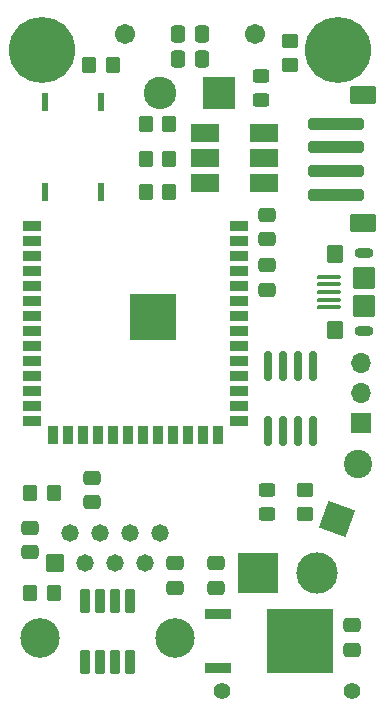
<source format=gbs>
%TF.GenerationSoftware,KiCad,Pcbnew,8.0.3-8.0.3-0~ubuntu22.04.1*%
%TF.CreationDate,2024-06-26T16:43:44-04:00*%
%TF.ProjectId,drive_27A,64726976-655f-4323-9741-2e6b69636164,rev?*%
%TF.SameCoordinates,Original*%
%TF.FileFunction,Soldermask,Bot*%
%TF.FilePolarity,Negative*%
%FSLAX46Y46*%
G04 Gerber Fmt 4.6, Leading zero omitted, Abs format (unit mm)*
G04 Created by KiCad (PCBNEW 8.0.3-8.0.3-0~ubuntu22.04.1) date 2024-06-26 16:43:44*
%MOMM*%
%LPD*%
G01*
G04 APERTURE LIST*
G04 Aperture macros list*
%AMRoundRect*
0 Rectangle with rounded corners*
0 $1 Rounding radius*
0 $2 $3 $4 $5 $6 $7 $8 $9 X,Y pos of 4 corners*
0 Add a 4 corners polygon primitive as box body*
4,1,4,$2,$3,$4,$5,$6,$7,$8,$9,$2,$3,0*
0 Add four circle primitives for the rounded corners*
1,1,$1+$1,$2,$3*
1,1,$1+$1,$4,$5*
1,1,$1+$1,$6,$7*
1,1,$1+$1,$8,$9*
0 Add four rect primitives between the rounded corners*
20,1,$1+$1,$2,$3,$4,$5,0*
20,1,$1+$1,$4,$5,$6,$7,0*
20,1,$1+$1,$6,$7,$8,$9,0*
20,1,$1+$1,$8,$9,$2,$3,0*%
%AMRotRect*
0 Rectangle, with rotation*
0 The origin of the aperture is its center*
0 $1 length*
0 $2 width*
0 $3 Rotation angle, in degrees counterclockwise*
0 Add horizontal line*
21,1,$1,$2,0,0,$3*%
G04 Aperture macros list end*
%ADD10RotRect,2.400000X2.400000X70.000000*%
%ADD11C,2.400000*%
%ADD12C,3.350000*%
%ADD13RoundRect,0.102000X-0.634000X-0.634000X0.634000X-0.634000X0.634000X0.634000X-0.634000X0.634000X0*%
%ADD14C,1.472000*%
%ADD15C,3.600000*%
%ADD16C,5.600000*%
%ADD17C,1.400000*%
%ADD18R,3.500000X3.500000*%
%ADD19C,3.500000*%
%ADD20C,1.712000*%
%ADD21RoundRect,0.102000X-1.275000X-1.275000X1.275000X-1.275000X1.275000X1.275000X-1.275000X1.275000X0*%
%ADD22C,2.754000*%
%ADD23R,2.454600X1.549400*%
%ADD24R,2.454600X1.524700*%
%ADD25RoundRect,0.250000X-0.450000X0.350000X-0.450000X-0.350000X0.450000X-0.350000X0.450000X0.350000X0*%
%ADD26RoundRect,0.250000X0.475000X-0.337500X0.475000X0.337500X-0.475000X0.337500X-0.475000X-0.337500X0*%
%ADD27RoundRect,0.250000X0.350000X0.450000X-0.350000X0.450000X-0.350000X-0.450000X0.350000X-0.450000X0*%
%ADD28RoundRect,0.250000X-0.475000X0.337500X-0.475000X-0.337500X0.475000X-0.337500X0.475000X0.337500X0*%
%ADD29RoundRect,0.250000X0.337500X0.475000X-0.337500X0.475000X-0.337500X-0.475000X0.337500X-0.475000X0*%
%ADD30RoundRect,0.055580X-0.341420X0.921420X-0.341420X-0.921420X0.341420X-0.921420X0.341420X0.921420X0*%
%ADD31RoundRect,0.250000X-0.337500X-0.475000X0.337500X-0.475000X0.337500X0.475000X-0.337500X0.475000X0*%
%ADD32R,1.500000X0.900000*%
%ADD33R,0.900000X1.500000*%
%ADD34R,3.900000X3.900000*%
%ADD35R,1.700000X1.700000*%
%ADD36O,1.700000X1.700000*%
%ADD37RoundRect,0.250000X-0.350000X-0.450000X0.350000X-0.450000X0.350000X0.450000X-0.350000X0.450000X0*%
%ADD38RoundRect,0.250000X0.450000X-0.325000X0.450000X0.325000X-0.450000X0.325000X-0.450000X-0.325000X0*%
%ADD39R,2.184400X0.889000*%
%ADD40R,5.613400X5.511800*%
%ADD41RoundRect,0.250000X0.875000X-0.550000X0.875000X0.550000X-0.875000X0.550000X-0.875000X-0.550000X0*%
%ADD42RoundRect,0.250000X2.125000X-0.250000X2.125000X0.250000X-2.125000X0.250000X-2.125000X-0.250000X0*%
%ADD43RoundRect,0.150000X-0.150000X1.100000X-0.150000X-1.100000X0.150000X-1.100000X0.150000X1.100000X0*%
%ADD44R,0.609600X1.511300*%
%ADD45RoundRect,0.100000X-0.900000X0.100000X-0.900000X-0.100000X0.900000X-0.100000X0.900000X0.100000X0*%
%ADD46O,1.600000X0.900000*%
%ADD47RoundRect,0.250000X-0.450000X0.550000X-0.450000X-0.550000X0.450000X-0.550000X0.450000X0.550000X0*%
%ADD48RoundRect,0.250000X-0.700000X0.700000X-0.700000X-0.700000X0.700000X-0.700000X0.700000X0.700000X0*%
G04 APERTURE END LIST*
D10*
%TO.C,C6*%
X42994949Y-57978832D03*
D11*
X44705050Y-53280369D03*
%TD*%
D12*
%TO.C,J2*%
X17784000Y-68000000D03*
X29216000Y-68000000D03*
D13*
X19055000Y-61650000D03*
D14*
X20325000Y-59110000D03*
X21595000Y-61650000D03*
X22865000Y-59110000D03*
X24135000Y-61650000D03*
X25405000Y-59110000D03*
X26675000Y-61650000D03*
X27945000Y-59110000D03*
%TD*%
D15*
%TO.C,H2*%
X43000000Y-18250000D03*
D16*
X43000000Y-18250000D03*
%TD*%
D17*
%TO.C,J6*%
X44250000Y-72500000D03*
X33250000Y-72500000D03*
D18*
X36250000Y-62500000D03*
D19*
X41250000Y-62500000D03*
%TD*%
D20*
%TO.C,J7*%
X25000000Y-16879600D03*
X36000000Y-16879600D03*
D21*
X33000000Y-21879600D03*
D22*
X28000000Y-21879600D03*
%TD*%
D15*
%TO.C,H1*%
X18000000Y-18250000D03*
D16*
X18000000Y-18250000D03*
%TD*%
D23*
%TO.C,D3*%
X31750600Y-29500000D03*
D24*
X31750600Y-27412352D03*
D23*
X31750600Y-25300001D03*
X36796000Y-25300004D03*
X36796000Y-27400002D03*
X36796000Y-29500003D03*
%TD*%
D25*
%TO.C,R1*%
X39000000Y-17500000D03*
X39000000Y-19500000D03*
%TD*%
D26*
%TO.C,C18*%
X37000000Y-34287500D03*
X37000000Y-32212500D03*
%TD*%
D27*
%TO.C,R5*%
X28750000Y-27500000D03*
X26750000Y-27500000D03*
%TD*%
D28*
%TO.C,C3*%
X32750000Y-61712500D03*
X32750000Y-63787500D03*
%TD*%
D29*
%TO.C,C1*%
X31537500Y-19000000D03*
X29462500Y-19000000D03*
%TD*%
D30*
%TO.C,U2*%
X21595000Y-64915000D03*
X22865000Y-64915000D03*
X24135000Y-64915000D03*
X25405000Y-64915000D03*
X25405000Y-70085000D03*
X24135000Y-70085000D03*
X22865000Y-70085000D03*
X21595000Y-70085000D03*
%TD*%
D28*
%TO.C,C20*%
X17000000Y-58712500D03*
X17000000Y-60787500D03*
%TD*%
D31*
%TO.C,C19*%
X29462500Y-16879600D03*
X31537500Y-16879600D03*
%TD*%
D32*
%TO.C,U6*%
X34650000Y-33130000D03*
X34650000Y-34400000D03*
X34650000Y-35670000D03*
X34650000Y-36940000D03*
X34650000Y-38210000D03*
X34650000Y-39480000D03*
X34650000Y-40750000D03*
X34650000Y-42020000D03*
X34650000Y-43290000D03*
X34650000Y-44560000D03*
X34650000Y-45830000D03*
X34650000Y-47100000D03*
X34650000Y-48370000D03*
X34650000Y-49640000D03*
D33*
X32885000Y-50890000D03*
X31615000Y-50890000D03*
X30345000Y-50890000D03*
X29075000Y-50890000D03*
X27805000Y-50890000D03*
X26535000Y-50890000D03*
X25265000Y-50890000D03*
X23995000Y-50890000D03*
X22725000Y-50890000D03*
X21455000Y-50890000D03*
X20185000Y-50890000D03*
X18915000Y-50890000D03*
D32*
X17150000Y-49640000D03*
X17150000Y-48370000D03*
X17150000Y-47100000D03*
X17150000Y-45830000D03*
X17150000Y-44560000D03*
X17150000Y-43290000D03*
X17150000Y-42020000D03*
X17150000Y-40750000D03*
X17150000Y-39480000D03*
X17150000Y-38210000D03*
X17150000Y-36940000D03*
X17150000Y-35670000D03*
X17150000Y-34400000D03*
X17150000Y-33130000D03*
D34*
X27400000Y-40850000D03*
%TD*%
D35*
%TO.C,JP1*%
X45000000Y-49830000D03*
D36*
X45000000Y-47290000D03*
X45000000Y-44750000D03*
%TD*%
D37*
%TO.C,R3*%
X17000000Y-64250000D03*
X19000000Y-64250000D03*
%TD*%
D38*
%TO.C,D1*%
X36500000Y-22525000D03*
X36500000Y-20475000D03*
%TD*%
D26*
%TO.C,C2*%
X22250000Y-56537500D03*
X22250000Y-54462500D03*
%TD*%
D39*
%TO.C,U3*%
X32906600Y-70572000D03*
D40*
X39828100Y-68286000D03*
D39*
X32906600Y-66000000D03*
%TD*%
D27*
%TO.C,R6*%
X28750000Y-30250000D03*
X26750000Y-30250000D03*
%TD*%
D28*
%TO.C,C5*%
X44250000Y-66962500D03*
X44250000Y-69037500D03*
%TD*%
D27*
%TO.C,R14*%
X28750000Y-24500000D03*
X26750000Y-24500000D03*
%TD*%
D41*
%TO.C,J9*%
X45125000Y-32900000D03*
X45125000Y-22100000D03*
D42*
X42875000Y-30500000D03*
X42875000Y-28500000D03*
X42875000Y-26500000D03*
X42875000Y-24500000D03*
%TD*%
D43*
%TO.C,U1*%
X37095000Y-45000000D03*
X38365000Y-45000000D03*
X39635000Y-45000000D03*
X40905000Y-45000000D03*
X40905000Y-50500000D03*
X39635000Y-50500000D03*
X38365000Y-50500000D03*
X37095000Y-50500000D03*
%TD*%
D44*
%TO.C,SW2*%
X23000000Y-22696350D03*
X23000000Y-30303650D03*
%TD*%
D28*
%TO.C,C4*%
X29250000Y-61712500D03*
X29250000Y-63787500D03*
%TD*%
D27*
%TO.C,R4*%
X19000000Y-55750000D03*
X17000000Y-55750000D03*
%TD*%
D26*
%TO.C,C17*%
X37000000Y-38537500D03*
X37000000Y-36462500D03*
%TD*%
D25*
%TO.C,R2*%
X40250000Y-55500000D03*
X40250000Y-57500000D03*
%TD*%
D44*
%TO.C,SW1*%
X18250000Y-22696350D03*
X18250000Y-30303650D03*
%TD*%
D45*
%TO.C,J1*%
X42250000Y-37450000D03*
X42250000Y-38100000D03*
X42250000Y-38750000D03*
X42250000Y-39400000D03*
X42250000Y-40050000D03*
D46*
X45250000Y-35450000D03*
D47*
X42800000Y-35550000D03*
D48*
X45250000Y-37550000D03*
X45250000Y-39950000D03*
D47*
X42800000Y-41950000D03*
D46*
X45250000Y-42050000D03*
%TD*%
D38*
%TO.C,D2*%
X37000000Y-57525000D03*
X37000000Y-55475000D03*
%TD*%
D27*
%TO.C,R13*%
X24000000Y-19500000D03*
X22000000Y-19500000D03*
%TD*%
M02*

</source>
